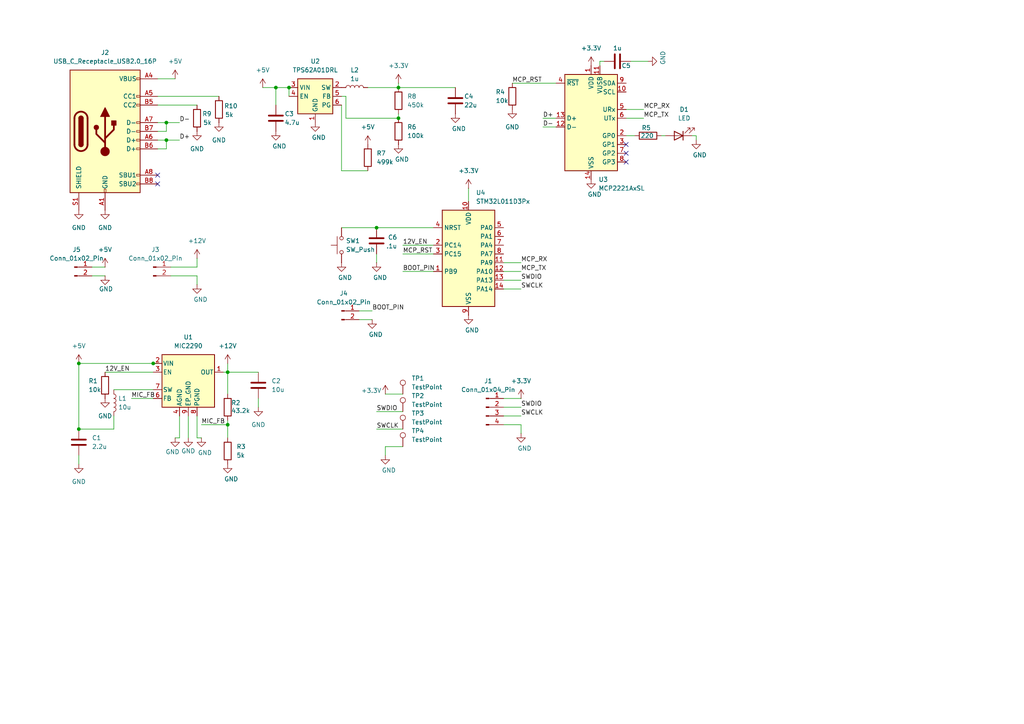
<source format=kicad_sch>
(kicad_sch (version 20250114) (generator "eeschema") (generator_version "9.0")
  (paper "A4")
  (lib_symbols
    (symbol "Connector:Conn_01x02_Pin" (pin_names (offset 1.016) (hide yes))
      (property "Reference" "J" (at 0 2.54 0))
      (property "Value" "Conn_01x02_Pin" (at 0 -5.08 0))
      (symbol "Conn_01x02_Pin_1_1"
        (rectangle (start 0.8636 0.127) (end 0 -0.127) (stroke (width 0.1524)) (fill (type outline)))
        (rectangle (start 0.8636 -2.413) (end 0 -2.667) (stroke (width 0.1524)) (fill (type outline)))
        (polyline (pts (xy 1.27 0) (xy 0.8636 0)) (stroke (width 0.1524)))
        (polyline (pts (xy 1.27 -2.54) (xy 0.8636 -2.54)) (stroke (width 0.1524)))
        (pin passive line (at 5.08 0 180) (length 3.81) (name "Pin_1") (number "1"))
        (pin passive line (at 5.08 -2.54 180) (length 3.81) (name "Pin_2") (number "2"))
      )
    )
    (symbol "Connector:Conn_01x04_Pin" (pin_names (offset 1.016) (hide yes))
      (property "Reference" "J" (at 0 5.08 0))
      (property "Value" "Conn_01x04_Pin" (at 0 -7.62 0))
      (symbol "Conn_01x04_Pin_1_1"
        (rectangle (start 0.8636 2.667) (end 0 2.413) (stroke (width 0.1524)) (fill (type outline)))
        (rectangle (start 0.8636 0.127) (end 0 -0.127) (stroke (width 0.1524)) (fill (type outline)))
        (rectangle (start 0.8636 -2.413) (end 0 -2.667) (stroke (width 0.1524)) (fill (type outline)))
        (rectangle (start 0.8636 -4.953) (end 0 -5.207) (stroke (width 0.1524)) (fill (type outline)))
        (polyline (pts (xy 1.27 2.54) (xy 0.8636 2.54)) (stroke (width 0.1524)))
        (polyline (pts (xy 1.27 0) (xy 0.8636 0)) (stroke (width 0.1524)))
        (polyline (pts (xy 1.27 -2.54) (xy 0.8636 -2.54)) (stroke (width 0.1524)))
        (polyline (pts (xy 1.27 -5.08) (xy 0.8636 -5.08)) (stroke (width 0.1524)))
        (pin passive line (at 5.08 2.54 180) (length 3.81) (name "Pin_1") (number "1"))
        (pin passive line (at 5.08 0 180) (length 3.81) (name "Pin_2") (number "2"))
        (pin passive line (at 5.08 -2.54 180) (length 3.81) (name "Pin_3") (number "3"))
        (pin passive line (at 5.08 -5.08 180) (length 3.81) (name "Pin_4") (number "4"))
      )
    )
    (symbol "Connector:TestPoint" (pin_numbers (hide yes)) (pin_names (offset 0.762) (hide yes))
      (property "Reference" "TP" (at 0 6.858 0))
      (property "Value" "TestPoint" (at 0 5.08 0))
      (symbol "TestPoint_0_1"
        (circle (center 0 3.302) (radius 0.762))
      )
      (symbol "TestPoint_1_1"
        (pin passive line (at 0 0 90) (length 2.54) (name "1") (number "1"))
      )
    )
    (symbol "Connector:USB_C_Receptacle_USB2.0_16P" (pin_names (offset 1.016))
      (property "Reference" "J" (at 0 22.225 0))
      (property "Value" "USB_C_Receptacle_USB2.0_16P" (at 0 19.685 0))
      (symbol "USB_C_Receptacle_USB2.0_16P_0_0"
        (rectangle (start -0.254 -17.78) (end 0.254 -16.764))
        (rectangle (start 10.16 15.494) (end 9.144 14.986))
        (rectangle (start 10.16 10.414) (end 9.144 9.906))
        (rectangle (start 10.16 7.874) (end 9.144 7.366))
        (rectangle (start 10.16 2.794) (end 9.144 2.286))
        (rectangle (start 10.16 0.254) (end 9.144 -0.254))
        (rectangle (start 10.16 -2.286) (end 9.144 -2.794))
        (rectangle (start 10.16 -4.826) (end 9.144 -5.334))
        (rectangle (start 10.16 -12.446) (end 9.144 -12.954))
        (rectangle (start 10.16 -14.986) (end 9.144 -15.494))
      )
      (symbol "USB_C_Receptacle_USB2.0_16P_0_1"
        (rectangle (start -10.16 17.78) (end 10.16 -17.78) (stroke (width 0.254)) (fill (type background)))
        (polyline (pts (xy -8.89 -3.81) (xy -8.89 3.81)) (stroke (width 0.508)))
        (rectangle (start -7.62 -3.81) (end -6.35 3.81) (stroke (width 0.254)) (fill (type outline)))
        (arc (start -7.62 3.81) (mid -6.985 4.4423) (end -6.35 3.81) (stroke (width 0.254)))
        (arc (start -7.62 3.81) (mid -6.985 4.4423) (end -6.35 3.81) (stroke (width 0.254)) (fill (type outline)))
        (arc (start -8.89 3.81) (mid -6.985 5.7067) (end -5.08 3.81) (stroke (width 0.508)))
        (arc (start -5.08 -3.81) (mid -6.985 -5.7067) (end -8.89 -3.81) (stroke (width 0.508)))
        (arc (start -6.35 -3.81) (mid -6.985 -4.4423) (end -7.62 -3.81) (stroke (width 0.254)))
        (arc (start -6.35 -3.81) (mid -6.985 -4.4423) (end -7.62 -3.81) (stroke (width 0.254)) (fill (type outline)))
        (polyline (pts (xy -5.08 3.81) (xy -5.08 -3.81)) (stroke (width 0.508)))
        (circle (center -2.54 1.143) (radius 0.635) (stroke (width 0.254)) (fill (type outline)))
        (polyline (pts (xy -1.27 4.318) (xy 0 6.858) (xy 1.27 4.318) (xy -1.27 4.318)) (stroke (width 0.254)) (fill (type outline)))
        (polyline (pts (xy 0 -2.032) (xy 2.54 0.508) (xy 2.54 1.778)) (stroke (width 0.508)))
        (polyline (pts (xy 0 -3.302) (xy -2.54 -0.762) (xy -2.54 0.508)) (stroke (width 0.508)))
        (polyline (pts (xy 0 -5.842) (xy 0 4.318)) (stroke (width 0.508)))
        (circle (center 0 -5.842) (radius 1.27) (fill (type outline)))
        (rectangle (start 1.905 1.778) (end 3.175 3.048) (stroke (width 0.254)) (fill (type outline)))
      )
      (symbol "USB_C_Receptacle_USB2.0_16P_1_1"
        (pin passive line (at -7.62 -22.86 90) (length 5.08) (name "SHIELD") (number "S1"))
        (pin passive line (at 0 -22.86 90) (length 5.08) (name "GND") (number "A1"))
        (pin passive line (at 0 -22.86 90) (length 5.08) (hide yes) (name "GND") (number "A12"))
        (pin passive line (at 0 -22.86 90) (length 5.08) (hide yes) (name "GND") (number "B1"))
        (pin passive line (at 0 -22.86 90) (length 5.08) (hide yes) (name "GND") (number "B12"))
        (pin passive line (at 15.24 15.24 180) (length 5.08) (name "VBUS") (number "A4"))
        (pin passive line (at 15.24 15.24 180) (length 5.08) (hide yes) (name "VBUS") (number "A9"))
        (pin passive line (at 15.24 15.24 180) (length 5.08) (hide yes) (name "VBUS") (number "B4"))
        (pin passive line (at 15.24 15.24 180) (length 5.08) (hide yes) (name "VBUS") (number "B9"))
        (pin bidirectional line (at 15.24 10.16 180) (length 5.08) (name "CC1") (number "A5"))
        (pin bidirectional line (at 15.24 7.62 180) (length 5.08) (name "CC2") (number "B5"))
        (pin bidirectional line (at 15.24 2.54 180) (length 5.08) (name "D-") (number "A7"))
        (pin bidirectional line (at 15.24 0 180) (length 5.08) (name "D-") (number "B7"))
        (pin bidirectional line (at 15.24 -2.54 180) (length 5.08) (name "D+") (number "A6"))
        (pin bidirectional line (at 15.24 -5.08 180) (length 5.08) (name "D+") (number "B6"))
        (pin bidirectional line (at 15.24 -12.7 180) (length 5.08) (name "SBU1") (number "A8"))
        (pin bidirectional line (at 15.24 -15.24 180) (length 5.08) (name "SBU2") (number "B8"))
      )
    )
    (symbol "Device:C" (pin_numbers (hide yes)) (pin_names (offset 0.254))
      (property "Reference" "C" (at 0.635 2.54 0))
      (property "Value" "C" (at 0.635 -2.54 0))
      (symbol "C_0_1"
        (polyline (pts (xy -2.032 0.762) (xy 2.032 0.762)) (stroke (width 0.508)))
        (polyline (pts (xy -2.032 -0.762) (xy 2.032 -0.762)) (stroke (width 0.508)))
      )
      (symbol "C_1_1"
        (pin passive line (at 0 3.81 270) (length 2.794) (name "~") (number "1"))
        (pin passive line (at 0 -3.81 90) (length 2.794) (name "~") (number "2"))
      )
    )
    (symbol "Device:L" (pin_numbers (hide yes)) (pin_names (offset 1.016) (hide yes))
      (property "Reference" "L" (at -1.27 0 90))
      (property "Value" "L" (at 1.905 0 90))
      (symbol "L_0_1"
        (arc (start 0 2.54) (mid 0.6323 1.905) (end 0 1.27))
        (arc (start 0 1.27) (mid 0.6323 0.635) (end 0 0))
        (arc (start 0 0) (mid 0.6323 -0.635) (end 0 -1.27))
        (arc (start 0 -1.27) (mid 0.6323 -1.905) (end 0 -2.54))
      )
      (symbol "L_1_1"
        (pin passive line (at 0 3.81 270) (length 1.27) (name "1") (number "1"))
        (pin passive line (at 0 -3.81 90) (length 1.27) (name "2") (number "2"))
      )
    )
    (symbol "Device:LED" (pin_numbers (hide yes)) (pin_names (offset 1.016) (hide yes))
      (property "Reference" "D" (at 0 2.54 0))
      (property "Value" "LED" (at 0 -2.54 0))
      (symbol "LED_0_1"
        (polyline (pts (xy -3.048 -0.762) (xy -4.572 -2.286) (xy -3.81 -2.286) (xy -4.572 -2.286) (xy -4.572 -1.524)))
        (polyline (pts (xy -1.778 -0.762) (xy -3.302 -2.286) (xy -2.54 -2.286) (xy -3.302 -2.286) (xy -3.302 -1.524)))
        (polyline (pts (xy -1.27 0) (xy 1.27 0)))
        (polyline (pts (xy -1.27 -1.27) (xy -1.27 1.27)) (stroke (width 0.254)))
        (polyline (pts (xy 1.27 -1.27) (xy 1.27 1.27) (xy -1.27 0) (xy 1.27 -1.27)) (stroke (width 0.254)))
      )
      (symbol "LED_1_1"
        (pin passive line (at -3.81 0 0) (length 2.54) (name "K") (number "1"))
        (pin passive line (at 3.81 0 180) (length 2.54) (name "A") (number "2"))
      )
    )
    (symbol "Device:R" (pin_numbers (hide yes)) (pin_names (offset 0))
      (property "Reference" "R" (at 2.032 0 90))
      (property "Value" "R" (at 0 0 90))
      (symbol "R_0_1"
        (rectangle (start -1.016 -2.54) (end 1.016 2.54) (stroke (width 0.254)))
      )
      (symbol "R_1_1"
        (pin passive line (at 0 3.81 270) (length 1.27) (name "~") (number "1"))
        (pin passive line (at 0 -3.81 90) (length 1.27) (name "~") (number "2"))
      )
    )
    (symbol "Interface_USB:MCP2221AxSL"
      (property "Reference" "U" (at -7.62 16.51 0))
      (property "Value" "MCP2221AxSL" (at 12.7 16.51 0))
      (symbol "MCP2221AxSL_0_1"
        (rectangle (start -7.62 15.24) (end 7.62 -12.7) (stroke (width 0.254)) (fill (type background)))
      )
      (symbol "MCP2221AxSL_1_1"
        (pin input line (at -10.16 12.7 0) (length 2.54) (name "~{RST}") (number "4"))
        (pin bidirectional line (at -10.16 2.54 0) (length 2.54) (name "D+") (number "13"))
        (pin bidirectional line (at -10.16 0 0) (length 2.54) (name "D-") (number "12"))
        (pin power_in line (at 0 17.78 270) (length 2.54) (name "VDD") (number "1"))
        (pin power_in line (at 0 -15.24 90) (length 2.54) (name "VSS") (number "14"))
        (pin passive line (at 2.54 17.78 270) (length 2.54) (name "VUSB") (number "11"))
        (pin bidirectional line (at 10.16 12.7 180) (length 2.54) (name "SDA") (number "9"))
        (pin bidirectional line (at 10.16 10.16 180) (length 2.54) (name "SCL") (number "10"))
        (pin input line (at 10.16 5.08 180) (length 2.54) (name "URx") (number "5"))
        (pin output line (at 10.16 2.54 180) (length 2.54) (name "UTx") (number "6"))
        (pin bidirectional line (at 10.16 -2.54 180) (length 2.54) (name "GP0") (number "2"))
        (pin bidirectional line (at 10.16 -5.08 180) (length 2.54) (name "GP1") (number "3"))
        (pin bidirectional line (at 10.16 -7.62 180) (length 2.54) (name "GP2") (number "7"))
        (pin bidirectional line (at 10.16 -10.16 180) (length 2.54) (name "GP3") (number "8"))
      )
    )
    (symbol "MCU_ST_STM32L0:STM32L011D3Px"
      (property "Reference" "U" (at -7.62 16.51 0))
      (property "Value" "STM32L011D3Px" (at 2.54 16.51 0))
      (symbol "STM32L011D3Px_0_1"
        (rectangle (start -7.62 -12.7) (end 7.62 15.24) (stroke (width 0.254)) (fill (type background)))
      )
      (symbol "STM32L011D3Px_1_1"
        (pin input line (at -10.16 10.16 0) (length 2.54) (name "NRST") (number "4"))
        (pin bidirectional line (at -10.16 5.08 0) (length 2.54) (name "PC14") (number "2"))
        (pin bidirectional line (at -10.16 2.54 0) (length 2.54) (name "PC15") (number "3"))
        (pin bidirectional line (at -10.16 -2.54 0) (length 2.54) (name "PB9") (number "1"))
        (pin power_in line (at 0 17.78 270) (length 2.54) (name "VDD") (number "10"))
        (pin power_in line (at 0 -15.24 90) (length 2.54) (name "VSS") (number "9"))
        (pin bidirectional line (at 10.16 10.16 180) (length 2.54) (name "PA0") (number "5"))
        (pin bidirectional line (at 10.16 7.62 180) (length 2.54) (name "PA1") (number "6"))
        (pin bidirectional line (at 10.16 5.08 180) (length 2.54) (name "PA4") (number "7"))
        (pin bidirectional line (at 10.16 2.54 180) (length 2.54) (name "PA7") (number "8"))
        (pin bidirectional line (at 10.16 0 180) (length 2.54) (name "PA9") (number "11"))
        (pin bidirectional line (at 10.16 -2.54 180) (length 2.54) (name "PA10") (number "12"))
        (pin bidirectional line (at 10.16 -5.08 180) (length 2.54) (name "PA13") (number "13"))
        (pin bidirectional line (at 10.16 -7.62 180) (length 2.54) (name "PA14") (number "14"))
      )
    )
    (symbol "Regulator_Switching:MIC2290" (pin_names (offset 0.254))
      (property "Reference" "U" (at -7.62 8.89 0))
      (property "Value" "MIC2290" (at 0 8.89 0))
      (symbol "MIC2290_0_1"
        (rectangle (start -7.62 7.62) (end 7.62 -7.62) (stroke (width 0.254)) (fill (type background)))
      )
      (symbol "MIC2290_1_1"
        (pin power_in line (at -10.16 5.08 0) (length 2.54) (name "VIN") (number "2"))
        (pin input line (at -10.16 2.54 0) (length 2.54) (name "EN") (number "3"))
        (pin input line (at -10.16 -2.54 0) (length 2.54) (name "SW") (number "7"))
        (pin input line (at -10.16 -5.08 0) (length 2.54) (name "FB") (number "6"))
        (pin power_in line (at -2.54 -10.16 90) (length 2.54) (name "AGND") (number "4"))
        (pin power_in line (at 0 -10.16 90) (length 2.54) (name "EP_GND") (number "9"))
        (pin power_in line (at 2.54 -10.16 90) (length 2.54) (name "PGND") (number "8"))
        (pin no_connect line (at 5.08 5.08 180) (length 2.54) (hide yes) (name "NC") (number "5"))
        (pin power_out line (at 10.16 2.54 180) (length 2.54) (name "OUT") (number "1"))
      )
    )
    (symbol "Regulator_Switching:TPS62A01DRL"
      (property "Reference" "U" (at -5.08 6.35 0))
      (property "Value" "TPS62A01DRL" (at 0 6.35 0))
      (symbol "TPS62A01DRL_0_1"
        (rectangle (start -5.08 5.08) (end 5.08 -5.08) (stroke (width 0.254)) (fill (type background)))
      )
      (symbol "TPS62A01DRL_1_1"
        (pin power_in line (at -7.62 2.54 0) (length 2.54) (name "VIN") (number "3"))
        (pin input line (at -7.62 0 0) (length 2.54) (name "EN") (number "4"))
        (pin power_in line (at 0 -7.62 90) (length 2.54) (name "GND") (number "1"))
        (pin power_out line (at 7.62 2.54 180) (length 2.54) (name "SW") (number "2"))
        (pin input line (at 7.62 0 180) (length 2.54) (name "FB") (number "5"))
        (pin open_collector line (at 7.62 -2.54 180) (length 2.54) (name "PG") (number "6"))
      )
    )
    (symbol "Switch:SW_Push" (pin_numbers (hide yes)) (pin_names (offset 1.016) (hide yes))
      (property "Reference" "SW" (at 1.27 2.54 0))
      (property "Value" "SW_Push" (at 0 -1.524 0))
      (symbol "SW_Push_0_1"
        (circle (center -2.032 0) (radius 0.508))
        (polyline (pts (xy 0 1.27) (xy 0 3.048)))
        (circle (center 2.032 0) (radius 0.508))
        (polyline (pts (xy 2.54 1.27) (xy -2.54 1.27)))
        (pin passive line (at -5.08 0 0) (length 2.54) (name "1") (number "1"))
        (pin passive line (at 5.08 0 180) (length 2.54) (name "2") (number "2"))
      )
    )
    (symbol "power:+12V" (power) (pin_numbers (hide yes)) (pin_names (offset 0) (hide yes))
      (property "Value" "+12V" (at 0 3.556 0))
      (symbol "+12V_0_1"
        (polyline (pts (xy -0.762 1.27) (xy 0 2.54)))
        (polyline (pts (xy 0 2.54) (xy 0.762 1.27)))
        (polyline (pts (xy 0 0) (xy 0 2.54)))
      )
      (symbol "+12V_1_1"
        (pin power_in line (at 0 0 90) (length 0) (name "~") (number "1"))
      )
    )
    (symbol "power:+3.3V" (power) (pin_numbers (hide yes)) (pin_names (offset 0) (hide yes))
      (property "Value" "+3.3V" (at 0 3.556 0))
      (symbol "+3.3V_0_1"
        (polyline (pts (xy -0.762 1.27) (xy 0 2.54)))
        (polyline (pts (xy 0 2.54) (xy 0.762 1.27)))
        (polyline (pts (xy 0 0) (xy 0 2.54)))
      )
      (symbol "+3.3V_1_1"
        (pin power_in line (at 0 0 90) (length 0) (name "~") (number "1"))
      )
    )
    (symbol "power:+5V" (power) (pin_numbers (hide yes)) (pin_names (offset 0) (hide yes))
      (property "Value" "+5V" (at 0 3.556 0))
      (symbol "+5V_0_1"
        (polyline (pts (xy -0.762 1.27) (xy 0 2.54)))
        (polyline (pts (xy 0 2.54) (xy 0.762 1.27)))
        (polyline (pts (xy 0 0) (xy 0 2.54)))
      )
      (symbol "+5V_1_1"
        (pin power_in line (at 0 0 90) (length 0) (name "~") (number "1"))
      )
    )
    (symbol "power:GND" (power) (pin_numbers (hide yes)) (pin_names (offset 0) (hide yes))
      (property "Value" "GND" (at 0 -3.81 0))
      (symbol "GND_0_1"
        (polyline (pts (xy 0 0) (xy 0 -1.27) (xy 1.27 -1.27) (xy 0 -2.54) (xy -1.27 -1.27) (xy 0 -1.27)))
      )
      (symbol "GND_1_1"
        (pin power_in line (at 0 0 270) (length 0) (name "~") (number "1"))
      )
    )
  )
  (junction (at 66.04 123.19))
  (junction (at 115.57 25.4))
  (junction (at 44.45 105.41))
  (junction (at 48.26 40.64))
  (junction (at 109.22 66.04))
  (junction (at 66.04 107.95))
  (junction (at 22.86 124.46))
  (junction (at 80.01 25.4))
  (junction (at 22.86 105.41))
  (junction (at 83.82 25.4))
  (junction (at 115.57 34.29))
  (junction (at 48.26 35.56))
  (no_connect (at 181.61 41.91))
  (no_connect (at 181.61 44.45))
  (no_connect (at 45.72 50.8))
  (no_connect (at 181.61 46.99))
  (no_connect (at 45.72 53.34))
  (wire (pts (xy 157.48 36.83) (xy 161.29 36.83)))
  (wire (pts (xy 30.48 107.95) (xy 44.45 107.95)))
  (wire (pts (xy 157.48 34.29) (xy 161.29 34.29)))
  (wire (pts (xy 109.22 119.38) (xy 116.84 119.38)))
  (wire (pts (xy 66.04 123.19) (xy 58.42 123.19)))
  (wire (pts (xy 181.61 31.75) (xy 186.69 31.75)))
  (wire (pts (xy 48.26 35.56) (xy 52.07 35.56)))
  (wire (pts (xy 191.77 39.37) (xy 193.04 39.37)))
  (wire (pts (xy 58.42 127) (xy 57.15 127)))
  (wire (pts (xy 146.05 123.19) (xy 151.13 123.19)))
  (wire (pts (xy 173.99 19.05) (xy 173.99 17.78)))
  (wire (pts (xy 33.02 120.65) (xy 33.02 124.46)))
  (wire (pts (xy 66.04 121.92) (xy 66.04 123.19)))
  (wire (pts (xy 66.04 114.3) (xy 66.04 107.95)))
  (wire (pts (xy 181.61 34.29) (xy 186.69 34.29)))
  (wire (pts (xy 26.67 80.01) (xy 30.48 80.01)))
  (wire (pts (xy 45.72 40.64) (xy 48.26 40.64)))
  (wire (pts (xy 80.01 25.4) (xy 83.82 25.4)))
  (wire (pts (xy 22.86 124.46) (xy 22.86 105.41)))
  (wire (pts (xy 116.84 129.54) (xy 111.76 129.54)))
  (wire (pts (xy 151.13 123.19) (xy 151.13 125.73)))
  (wire (pts (xy 57.15 74.93) (xy 57.15 77.47)))
  (wire (pts (xy 201.93 40.64) (xy 201.93 39.37)))
  (wire (pts (xy 80.01 30.48) (xy 80.01 25.4)))
  (wire (pts (xy 26.67 77.47) (xy 30.48 77.47)))
  (wire (pts (xy 135.89 54.61) (xy 135.89 58.42)))
  (wire (pts (xy 181.61 39.37) (xy 184.15 39.37)))
  (wire (pts (xy 33.02 113.03) (xy 44.45 113.03)))
  (wire (pts (xy 109.22 66.04) (xy 125.73 66.04)))
  (wire (pts (xy 116.84 73.66) (xy 125.73 73.66)))
  (wire (pts (xy 38.1 115.57) (xy 44.45 115.57)))
  (wire (pts (xy 146.05 81.28) (xy 151.13 81.28)))
  (wire (pts (xy 99.06 66.04) (xy 109.22 66.04)))
  (wire (pts (xy 54.61 127) (xy 54.61 120.65)))
  (wire (pts (xy 173.99 17.78) (xy 175.26 17.78)))
  (wire (pts (xy 116.84 71.12) (xy 125.73 71.12)))
  (wire (pts (xy 22.86 105.41) (xy 44.45 105.41)))
  (wire (pts (xy 48.26 38.1) (xy 48.26 35.56)))
  (wire (pts (xy 99.06 30.48) (xy 99.06 49.53)))
  (wire (pts (xy 45.72 43.18) (xy 48.26 43.18)))
  (wire (pts (xy 66.04 107.95) (xy 74.93 107.95)))
  (wire (pts (xy 45.72 27.94) (xy 63.5 27.94)))
  (wire (pts (xy 45.72 30.48) (xy 57.15 30.48)))
  (wire (pts (xy 44.45 105.41) (xy 45.72 105.41)))
  (wire (pts (xy 201.93 39.37) (xy 200.66 39.37)))
  (wire (pts (xy 116.84 78.74) (xy 125.73 78.74)))
  (wire (pts (xy 146.05 118.11) (xy 151.13 118.11)))
  (wire (pts (xy 45.72 22.86) (xy 50.8 22.86)))
  (wire (pts (xy 104.14 90.17) (xy 107.95 90.17)))
  (wire (pts (xy 66.04 127) (xy 66.04 123.19)))
  (wire (pts (xy 100.33 34.29) (xy 100.33 27.94)))
  (wire (pts (xy 66.04 105.41) (xy 66.04 107.95)))
  (wire (pts (xy 22.86 134.62) (xy 22.86 132.08)))
  (wire (pts (xy 50.8 127) (xy 52.07 127)))
  (wire (pts (xy 109.22 124.46) (xy 116.84 124.46)))
  (wire (pts (xy 115.57 24.13) (xy 115.57 25.4)))
  (wire (pts (xy 76.2 25.4) (xy 80.01 25.4)))
  (wire (pts (xy 48.26 43.18) (xy 48.26 40.64)))
  (wire (pts (xy 148.59 24.13) (xy 161.29 24.13)))
  (wire (pts (xy 104.14 92.71) (xy 107.95 92.71)))
  (wire (pts (xy 49.53 80.01) (xy 57.15 80.01)))
  (wire (pts (xy 83.82 25.4) (xy 83.82 27.94)))
  (wire (pts (xy 146.05 76.2) (xy 151.13 76.2)))
  (wire (pts (xy 52.07 127) (xy 52.07 120.65)))
  (wire (pts (xy 146.05 120.65) (xy 151.13 120.65)))
  (wire (pts (xy 57.15 80.01) (xy 57.15 82.55)))
  (wire (pts (xy 57.15 127) (xy 57.15 120.65)))
  (wire (pts (xy 146.05 115.57) (xy 151.13 115.57)))
  (wire (pts (xy 64.77 107.95) (xy 66.04 107.95)))
  (wire (pts (xy 182.88 17.78) (xy 187.96 17.78)))
  (wire (pts (xy 115.57 25.4) (xy 132.08 25.4)))
  (wire (pts (xy 99.06 49.53) (xy 106.68 49.53)))
  (wire (pts (xy 100.33 34.29) (xy 115.57 34.29)))
  (wire (pts (xy 106.68 25.4) (xy 115.57 25.4)))
  (wire (pts (xy 115.57 33.02) (xy 115.57 34.29)))
  (wire (pts (xy 22.86 124.46) (xy 33.02 124.46)))
  (wire (pts (xy 100.33 27.94) (xy 99.06 27.94)))
  (wire (pts (xy 109.22 76.2) (xy 109.22 73.66)))
  (wire (pts (xy 48.26 40.64) (xy 52.07 40.64)))
  (wire (pts (xy 45.72 35.56) (xy 48.26 35.56)))
  (wire (pts (xy 74.93 118.11) (xy 74.93 115.57)))
  (wire (pts (xy 57.15 77.47) (xy 49.53 77.47)))
  (wire (pts (xy 116.84 114.3) (xy 111.76 114.3)))
  (wire (pts (xy 45.72 38.1) (xy 48.26 38.1)))
  (wire (pts (xy 146.05 78.74) (xy 151.13 78.74)))
  (wire (pts (xy 146.05 83.82) (xy 151.13 83.82)))
  (wire (pts (xy 111.76 129.54) (xy 111.76 132.08)))
  (label "SWCLK" (at 151.13 120.65 0))
  (label "SWCLK" (at 109.22 124.46 0))
  (label "D+" (at 52.07 40.64 0))
  (label "MCP_RST" (at 148.59 24.13 0))
  (label "MCP_RX" (at 186.69 31.75 0))
  (label "MCP_TX" (at 186.69 34.29 0))
  (label "MIC_FB" (at 58.42 123.19 0))
  (label "MIC_FB" (at 38.1 115.57 0))
  (label "12V_EN" (at 116.84 71.12 0))
  (label "12V_EN" (at 30.48 107.95 0))
  (label "MCP_RST" (at 116.84 73.66 0))
  (label "D-" (at 157.48 36.83 0))
  (label "MCP_RX" (at 151.13 76.2 0))
  (label "D+" (at 157.48 34.29 0))
  (label "SWDIO" (at 151.13 81.28 0))
  (label "SWCLK" (at 151.13 83.82 0))
  (label "BOOT_PIN" (at 107.95 90.17 0))
  (label "SWDIO" (at 109.22 119.38 0))
  (label "D-" (at 52.07 35.56 0))
  (label "MCP_TX" (at 151.13 78.74 0))
  (label "SWDIO" (at 151.13 118.11 0))
  (label "BOOT_PIN" (at 116.84 78.74 0))
  (symbol (lib_id "power:GND") (at 132.08 33.02 0) (unit 1)
    (property "Reference" "#PWR018" (effects (hide yes)))
    (property "Value" "GND" (at 133.096 37.338 0))
    (property "Description" "Power symbol creates a global label with name \"GND\" , ground" (effects (hide yes)))
  )
  (symbol (lib_id "power:GND") (at 109.22 76.2 0) (unit 1)
    (property "Reference" "#PWR022" (effects (hide yes)))
    (property "Value" "GND" (at 110.236 80.518 0))
    (property "Description" "Power symbol creates a global label with name \"GND\" , ground" (effects (hide yes)))
  )
  (symbol (lib_id "power:GND") (at 151.13 125.73 0) (unit 1)
    (property "Reference" "#PWR032" (effects (hide yes)))
    (property "Value" "GND" (at 152.146 130.048 0))
    (property "Description" "Power symbol creates a global label with name \"GND\" , ground" (effects (hide yes)))
  )
  (symbol (lib_id "Interface_USB:MCP2221AxSL") (at 171.45 36.83 0) (unit 1)
    (property "Reference" "U3" (at 173.5933 52.07 0) (effects (justify left)))
    (property "Value" "MCP2221AxSL" (at 173.5933 54.61 0) (effects (justify left)))
    (property "Footprint" "Package_SO:SOIC-14_3.9x8.7mm_P1.27mm" (effects (hide yes)))
    (property "Datasheet" "http://ww1.microchip.com/downloads/en/DeviceDoc/20005565B.pdf" (effects (hide yes)))
    (property "Description" "USB to I2C/UART Protocol Converter with GPIO, SOIC-14" (effects (hide yes)))
  )
  (symbol (lib_id "Device:L") (at 33.02 116.84 0) (unit 1)
    (property "Reference" "L1" (at 34.29 115.5699 0) (effects (justify left)))
    (property "Value" "10u" (at 34.29 118.1099 0) (effects (justify left)))
    (property "Footprint" "Inductor_SMD:L_1206_3216Metric" (effects (hide yes)))
    (property "Description" "Inductor" (effects (hide yes)))
  )
  (symbol (lib_id "Device:C") (at 22.86 128.27 0) (unit 1)
    (property "Reference" "C1" (at 26.67 126.9999 0) (effects (justify left)))
    (property "Value" "2.2u" (at 26.67 129.5399 0) (effects (justify left)))
    (property "Footprint" "Capacitor_SMD:C_1206_3216Metric" (effects (hide yes)))
    (property "Description" "Unpolarized capacitor" (effects (hide yes)))
  )
  (symbol (lib_id "power:GND") (at 148.59 31.75 0) (unit 1)
    (property "Reference" "#PWR029" (effects (hide yes)))
    (property "Value" "GND" (at 148.59 36.83 0))
    (property "Description" "Power symbol creates a global label with name \"GND\" , ground" (effects (hide yes)))
  )
  (symbol (lib_id "power:GND") (at 91.44 35.56 0) (unit 1)
    (property "Reference" "#PWR015" (effects (hide yes)))
    (property "Value" "GND" (at 92.456 39.878 0))
    (property "Description" "Power symbol creates a global label with name \"GND\" , ground" (effects (hide yes)))
  )
  (symbol (lib_id "Device:C") (at 109.22 69.85 0) (unit 1)
    (property "Reference" "C6" (at 112.522 68.834 0) (effects (justify left)))
    (property "Value" ".1u" (at 112.014 71.374 0) (effects (justify left)))
    (property "Footprint" "Capacitor_SMD:C_1206_3216Metric" (effects (hide yes)))
    (property "Description" "Unpolarized capacitor" (effects (hide yes)))
  )
  (symbol (lib_id "Device:R") (at 57.15 34.29 0) (unit 1)
    (property "Reference" "R9" (at 58.674 33.02 0) (effects (justify left)))
    (property "Value" "5k" (at 58.928 35.56 0) (effects (justify left)))
    (property "Footprint" "Resistor_SMD:R_1206_3216Metric" (effects (hide yes)))
    (property "Description" "Resistor" (effects (hide yes)))
  )
  (symbol (lib_id "power:+12V") (at 57.15 74.93 0) (unit 1)
    (property "Reference" "#PWR035" (effects (hide yes)))
    (property "Value" "+12V" (at 57.15 69.85 0))
    (property "Description" "Power symbol creates a global label with name \"+12V\"" (effects (hide yes)))
  )
  (symbol (lib_id "power:GND") (at 22.86 134.62 0) (unit 1)
    (property "Reference" "#PWR01" (effects (hide yes)))
    (property "Value" "GND" (at 22.86 139.7 0))
    (property "Description" "Power symbol creates a global label with name \"GND\" , ground" (effects (hide yes)))
  )
  (symbol (lib_id "Device:R") (at 115.57 29.21 0) (unit 1)
    (property "Reference" "R8" (at 118.11 27.9399 0) (effects (justify left)))
    (property "Value" "450k" (at 118.11 30.4799 0) (effects (justify left)))
    (property "Footprint" "Resistor_SMD:R_1206_3216Metric" (effects (hide yes)))
    (property "Description" "Resistor" (effects (hide yes)))
  )
  (symbol (lib_id "power:GND") (at 22.86 60.96 0) (unit 1)
    (property "Reference" "#PWR09" (effects (hide yes)))
    (property "Value" "GND" (at 22.86 66.04 0))
    (property "Description" "Power symbol creates a global label with name \"GND\" , ground" (effects (hide yes)))
  )
  (symbol (lib_id "power:GND") (at 54.61 127 0) (unit 1)
    (property "Reference" "#PWR03" (effects (hide yes)))
    (property "Value" "GND" (at 54.61 130.81 0))
    (property "Description" "Power symbol creates a global label with name \"GND\" , ground" (effects (hide yes)))
  )
  (symbol (lib_id "power:GND") (at 171.45 52.07 0) (unit 1)
    (property "Reference" "#PWR010" (effects (hide yes)))
    (property "Value" "GND" (at 172.466 56.388 0))
    (property "Description" "Power symbol creates a global label with name \"GND\" , ground" (effects (hide yes)))
  )
  (symbol (lib_id "power:+5V") (at 30.48 77.47 0) (unit 1)
    (property "Reference" "#PWR039" (effects (hide yes)))
    (property "Value" "+5V" (at 30.48 72.39 0))
    (property "Description" "Power symbol creates a global label with name \"+5V\"" (effects (hide yes)))
  )
  (symbol (lib_id "Device:R") (at 30.48 111.76 0) (unit 1)
    (property "Reference" "R1" (at 25.654 110.49 0) (effects (justify left)))
    (property "Value" "10k" (at 25.654 113.03 0) (effects (justify left)))
    (property "Footprint" "Resistor_SMD:R_1206_3216Metric" (effects (hide yes)))
    (property "Description" "Resistor" (effects (hide yes)))
  )
  (symbol (lib_id "Switch:SW_Push") (at 99.06 71.12 90) (unit 1)
    (property "Reference" "SW1" (at 100.33 69.8499 90) (effects (justify right)))
    (property "Value" "SW_Push" (at 100.33 72.3899 90) (effects (justify right)))
    (property "Footprint" "Button_Switch_SMD:SW_Push_1P1T_NO_CK_KMR2" (effects (hide yes)))
    (property "Description" "Push button switch, generic, two pins" (effects (hide yes)))
  )
  (symbol (lib_id "power:+3.3V") (at 115.57 24.13 0) (unit 1)
    (property "Reference" "#PWR011" (effects (hide yes)))
    (property "Value" "+3.3V" (at 115.57 19.05 0))
    (property "Description" "Power symbol creates a global label with name \"+3.3V\"" (effects (hide yes)))
  )
  (symbol (lib_id "power:GND") (at 201.93 40.64 0) (unit 1)
    (property "Reference" "#PWR030" (effects (hide yes)))
    (property "Value" "GND" (at 202.946 44.958 0))
    (property "Description" "Power symbol creates a global label with name \"GND\" , ground" (effects (hide yes)))
  )
  (symbol (lib_id "Device:R") (at 66.04 130.81 0) (unit 1)
    (property "Reference" "R3" (at 68.58 129.5399 0) (effects (justify left)))
    (property "Value" "5k" (at 68.58 132.0799 0) (effects (justify left)))
    (property "Footprint" "Resistor_SMD:R_1206_3216Metric" (effects (hide yes)))
    (property "Description" "Resistor" (effects (hide yes)))
  )
  (symbol (lib_id "Connector:TestPoint") (at 116.84 124.46 0) (unit 1)
    (property "Reference" "TP3" (at 119.38 119.8879 0) (effects (justify left)))
    (property "Value" "TestPoint" (at 119.38 122.4279 0) (effects (justify left)))
    (property "Footprint" "TestPoint:TestPoint_Pad_D2.0mm" (effects (hide yes)))
    (property "Description" "test point" (effects (hide yes)))
  )
  (symbol (lib_id "power:GND") (at 107.95 92.71 0) (unit 1)
    (property "Reference" "#PWR037" (effects (hide yes)))
    (property "Value" "GND" (at 108.966 97.028 0))
    (property "Description" "Power symbol creates a global label with name \"GND\" , ground" (effects (hide yes)))
  )
  (symbol (lib_id "power:GND") (at 50.8 127 0) (unit 1)
    (property "Reference" "#PWR02" (effects (hide yes)))
    (property "Value" "GND" (at 50.038 131.064 0))
    (property "Description" "Power symbol creates a global label with name \"GND\" , ground" (effects (hide yes)))
  )
  (symbol (lib_id "Device:R") (at 187.96 39.37 90) (unit 1)
    (property "Reference" "R5" (at 187.452 37.084 90))
    (property "Value" "220" (at 187.706 39.37 90))
    (property "Footprint" "Resistor_SMD:R_1206_3216Metric" (effects (hide yes)))
    (property "Description" "Resistor" (effects (hide yes)))
  )
  (symbol (lib_id "power:+5V") (at 106.68 41.91 0) (unit 1)
    (property "Reference" "#PWR019" (effects (hide yes)))
    (property "Value" "+5V" (at 106.68 36.83 0))
    (property "Description" "Power symbol creates a global label with name \"+5V\"" (effects (hide yes)))
  )
  (symbol (lib_id "Regulator_Switching:MIC2290") (at 54.61 110.49 0) (unit 1)
    (property "Reference" "U1" (at 54.61 97.79 0))
    (property "Value" "MIC2290" (at 54.61 100.33 0))
    (property "Footprint" "Package_DFN_QFN:Micrel_MLF-8-1EP_2x2mm_P0.5mm_EP0.8x1.3mm_ThermalVias" (effects (hide yes)))
    (property "Datasheet" "http://ww1.microchip.com/downloads/en/DeviceDoc/mic2290.pdf" (effects (hide yes)))
    (property "Description" "1.2 Mhz PWM Boost Regulator with Internal Schotty Diode, MLF-8" (effects (hide yes)))
  )
  (symbol (lib_id "power:GND") (at 115.57 41.91 0) (unit 1)
    (property "Reference" "#PWR017" (effects (hide yes)))
    (property "Value" "GND" (at 116.586 46.228 0))
    (property "Description" "Power symbol creates a global label with name \"GND\" , ground" (effects (hide yes)))
  )
  (symbol (lib_id "power:+3.3V") (at 151.13 115.57 0) (unit 1)
    (property "Reference" "#PWR031" (effects (hide yes)))
    (property "Value" "+3.3V" (at 151.13 110.49 0))
    (property "Description" "Power symbol creates a global label with name \"+3.3V\"" (effects (hide yes)))
  )
  (symbol (lib_id "Connector:TestPoint") (at 116.84 129.54 0) (unit 1)
    (property "Reference" "TP4" (at 119.38 124.9679 0) (effects (justify left)))
    (property "Value" "TestPoint" (at 119.38 127.5079 0) (effects (justify left)))
    (property "Footprint" "TestPoint:TestPoint_Pad_D2.0mm" (effects (hide yes)))
    (property "Description" "test point" (effects (hide yes)))
  )
  (symbol (lib_id "power:GND") (at 57.15 82.55 0) (unit 1)
    (property "Reference" "#PWR036" (effects (hide yes)))
    (property "Value" "GND" (at 58.166 86.868 0))
    (property "Description" "Power symbol creates a global label with name \"GND\" , ground" (effects (hide yes)))
  )
  (symbol (lib_id "power:GND") (at 187.96 17.78 90) (unit 1)
    (property "Reference" "#PWR027" (effects (hide yes)))
    (property "Value" "GND" (at 192.278 16.764 0))
    (property "Description" "Power symbol creates a global label with name \"GND\" , ground" (effects (hide yes)))
  )
  (symbol (lib_id "power:GND") (at 30.48 60.96 0) (unit 1)
    (property "Reference" "#PWR08" (effects (hide yes)))
    (property "Value" "GND" (at 30.48 66.04 0))
    (property "Description" "Power symbol creates a global label with name \"GND\" , ground" (effects (hide yes)))
  )
  (symbol (lib_id "power:GND") (at 74.93 118.11 0) (unit 1)
    (property "Reference" "#PWR06" (effects (hide yes)))
    (property "Value" "GND" (at 74.93 123.19 0))
    (property "Description" "Power symbol creates a global label with name \"GND\" , ground" (effects (hide yes)))
  )
  (symbol (lib_id "power:+3.3V") (at 135.89 54.61 0) (unit 1)
    (property "Reference" "#PWR026" (effects (hide yes)))
    (property "Value" "+3.3V" (at 135.89 49.53 0))
    (property "Description" "Power symbol creates a global label with name \"+3.3V\"" (effects (hide yes)))
  )
  (symbol (lib_id "Connector:Conn_01x02_Pin") (at 99.06 90.17 0) (unit 1)
    (property "Reference" "J4" (at 99.695 85.09 0))
    (property "Value" "Conn_01x02_Pin" (at 99.695 87.63 0))
    (property "Footprint" "Connector_PinHeader_2.54mm:PinHeader_1x02_P2.54mm_Vertical" (effects (hide yes)))
    (property "Description" "Generic connector, single row, 01x02, script generated" (effects (hide yes)))
  )
  (symbol (lib_id "Device:R") (at 66.04 118.11 0) (unit 1)
    (property "Reference" "R2" (at 67.056 116.84 0) (effects (justify left)))
    (property "Value" "43.2k" (at 67.056 119.126 0) (effects (justify left)))
    (property "Footprint" "Resistor_SMD:R_1206_3216Metric" (effects (hide yes)))
    (property "Description" "Resistor" (effects (hide yes)))
  )
  (symbol (lib_id "power:GND") (at 135.89 91.44 0) (unit 1)
    (property "Reference" "#PWR021" (effects (hide yes)))
    (property "Value" "GND" (at 136.906 95.758 0))
    (property "Description" "Power symbol creates a global label with name \"GND\" , ground" (effects (hide yes)))
  )
  (symbol (lib_id "power:+5V") (at 22.86 105.41 0) (unit 1)
    (property "Reference" "#PWR013" (effects (hide yes)))
    (property "Value" "+5V" (at 22.86 100.33 0))
    (property "Description" "Power symbol creates a global label with name \"+5V\"" (effects (hide yes)))
  )
  (symbol (lib_id "Device:R") (at 106.68 45.72 0) (unit 1)
    (property "Reference" "R7" (at 109.22 44.4499 0) (effects (justify left)))
    (property "Value" "499k" (at 109.22 46.9899 0) (effects (justify left)))
    (property "Footprint" "Resistor_SMD:R_1206_3216Metric" (effects (hide yes)))
    (property "Description" "Resistor" (effects (hide yes)))
  )
  (symbol (lib_id "power:GND") (at 30.48 115.57 0) (unit 1)
    (property "Reference" "#PWR05" (effects (hide yes)))
    (property "Value" "GND" (at 30.48 120.65 0))
    (property "Description" "Power symbol creates a global label with name \"GND\" , ground" (effects (hide yes)))
  )
  (symbol (lib_id "Connector:Conn_01x04_Pin") (at 140.97 118.11 0) (unit 1)
    (property "Reference" "J1" (at 141.605 110.49 0))
    (property "Value" "Conn_01x04_Pin" (at 141.605 113.03 0))
    (property "Footprint" "Connector_PinHeader_2.54mm:PinHeader_1x04_P2.54mm_Vertical" (effects (hide yes)))
    (property "Description" "Generic connector, single row, 01x04, script generated" (effects (hide yes)))
  )
  (symbol (lib_id "Device:L") (at 102.87 25.4 90) (unit 1)
    (property "Reference" "L2" (at 102.87 20.32 90))
    (property "Value" "1u" (at 102.87 22.86 90))
    (property "Footprint" "Inductor_SMD:L_1206_3216Metric" (effects (hide yes)))
    (property "Description" "Inductor" (effects (hide yes)))
  )
  (symbol (lib_id "Regulator_Switching:TPS62A01DRL") (at 91.44 27.94 0) (unit 1)
    (property "Reference" "U2" (at 91.44 17.78 0))
    (property "Value" "TPS62A01DRL" (at 91.44 20.32 0))
    (property "Footprint" "Package_TO_SOT_SMD:SOT-563" (effects (hide yes)))
    (property "Datasheet" "https://www.ti.com/lit/gpn/tps62a01" (effects (hide yes)))
    (property "Description" "High Efficiency Synchronous Buck Converter, Adjustable Output 0.6V-5.5V, 1A, Power Good, Enable, SOT-563" (effects (hide yes)))
  )
  (symbol (lib_id "power:+3.3V") (at 171.45 19.05 0) (unit 1)
    (property "Reference" "#PWR020" (effects (hide yes)))
    (property "Value" "+3.3V" (at 171.45 13.97 0))
    (property "Description" "Power symbol creates a global label with name \"+3.3V\"" (effects (hide yes)))
  )
  (symbol (lib_id "power:GND") (at 111.76 132.08 0) (unit 1)
    (property "Reference" "#PWR034" (effects (hide yes)))
    (property "Value" "GND" (at 112.776 136.398 0))
    (property "Description" "Power symbol creates a global label with name \"GND\" , ground" (effects (hide yes)))
  )
  (symbol (lib_id "Device:C") (at 80.01 34.29 0) (unit 1)
    (property "Reference" "C3" (at 82.55 33.02 0) (effects (justify left)))
    (property "Value" "4.7u" (at 82.55 35.56 0) (effects (justify left)))
    (property "Footprint" "Capacitor_SMD:C_1206_3216Metric" (effects (hide yes)))
    (property "Description" "Unpolarized capacitor" (effects (hide yes)))
  )
  (symbol (lib_id "power:GND") (at 58.42 127 0) (unit 1)
    (property "Reference" "#PWR04" (effects (hide yes)))
    (property "Value" "GND" (at 59.436 131.318 0))
    (property "Description" "Power symbol creates a global label with name \"GND\" , ground" (effects (hide yes)))
  )
  (symbol (lib_id "power:+3.3V") (at 111.76 114.3 0) (unit 1)
    (property "Reference" "#PWR033" (effects (hide yes)))
    (property "Value" "+3.3V" (at 107.696 113.284 0))
    (property "Description" "Power symbol creates a global label with name \"+3.3V\"" (effects (hide yes)))
  )
  (symbol (lib_id "Device:R") (at 115.57 38.1 0) (unit 1)
    (property "Reference" "R6" (at 118.11 36.8299 0) (effects (justify left)))
    (property "Value" "100k" (at 118.11 39.3699 0) (effects (justify left)))
    (property "Footprint" "Resistor_SMD:R_1206_3216Metric" (effects (hide yes)))
    (property "Description" "Resistor" (effects (hide yes)))
  )
  (symbol (lib_id "power:+5V") (at 76.2 25.4 0) (unit 1)
    (property "Reference" "#PWR014" (effects (hide yes)))
    (property "Value" "+5V" (at 76.2 20.32 0))
    (property "Description" "Power symbol creates a global label with name \"+5V\"" (effects (hide yes)))
  )
  (symbol (lib_id "MCU_ST_STM32L0:STM32L011D3Px") (at 135.89 76.2 0) (unit 1)
    (property "Reference" "U4" (at 138.0333 55.88 0) (effects (justify left)))
    (property "Value" "STM32L011D3Px" (at 138.0333 58.42 0) (effects (justify left)))
    (property "Footprint" "Package_SO:TSSOP-14_4.4x5mm_P0.65mm" (effects (hide yes)))
    (property "Datasheet" "https://www.st.com/resource/en/datasheet/stm32l011d3.pdf" (effects (hide yes)))
    (property "Description" "STMicroelectronics Arm Cortex-M0+ MCU, 8KB flash, 2KB RAM, 32 MHz, 1.65-3.6V, 11 GPIO, TSSOP14" (effects (hide yes)))
  )
  (symbol (lib_id "Connector:TestPoint") (at 116.84 114.3 0) (unit 1)
    (property "Reference" "TP1" (at 119.38 109.7279 0) (effects (justify left)))
    (property "Value" "TestPoint" (at 119.38 112.2679 0) (effects (justify left)))
    (property "Footprint" "TestPoint:TestPoint_Pad_D2.0mm" (effects (hide yes)))
    (property "Description" "test point" (effects (hide yes)))
  )
  (symbol (lib_id "power:GND") (at 57.15 38.1 0) (unit 1)
    (property "Reference" "#PWR023" (effects (hide yes)))
    (property "Value" "GND" (at 57.15 43.18 0))
    (property "Description" "Power symbol creates a global label with name \"GND\" , ground" (effects (hide yes)))
  )
  (symbol (lib_id "Device:LED") (at 196.85 39.37 180) (unit 1)
    (property "Reference" "D1" (at 198.4375 31.75 0))
    (property "Value" "LED" (at 198.4375 34.29 0))
    (property "Footprint" "LED_SMD:LED_1206_3216Metric" (effects (hide yes)))
    (property "Description" "Light emitting diode" (effects (hide yes)))
    (property "Sim.Pins" "1=K 2=A" (effects (hide yes)))
  )
  (symbol (lib_id "Connector:Conn_01x02_Pin") (at 44.45 77.47 0) (unit 1)
    (property "Reference" "J3" (at 45.085 72.39 0))
    (property "Value" "Conn_01x02_Pin" (at 45.085 74.93 0))
    (property "Footprint" "Connector_JST:JST_XH_S2B-XH-A_1x02_P2.50mm_Horizontal" (effects (hide yes)))
    (property "Description" "Generic connector, single row, 01x02, script generated" (effects (hide yes)))
  )
  (symbol (lib_id "Device:C") (at 74.93 111.76 0) (unit 1)
    (property "Reference" "C2" (at 78.74 110.4899 0) (effects (justify left)))
    (property "Value" "10u" (at 78.74 113.0299 0) (effects (justify left)))
    (property "Footprint" "Capacitor_SMD:C_1206_3216Metric" (effects (hide yes)))
    (property "Description" "Unpolarized capacitor" (effects (hide yes)))
  )
  (symbol (lib_id "power:GND") (at 63.5 35.56 0) (unit 1)
    (property "Reference" "#PWR024" (effects (hide yes)))
    (property "Value" "GND" (at 63.5 40.64 0))
    (property "Description" "Power symbol creates a global label with name \"GND\" , ground" (effects (hide yes)))
  )
  (symbol (lib_id "power:GND") (at 80.01 38.1 0) (unit 1)
    (property "Reference" "#PWR016" (effects (hide yes)))
    (property "Value" "GND" (at 81.026 42.418 0))
    (property "Description" "Power symbol creates a global label with name \"GND\" , ground" (effects (hide yes)))
  )
  (symbol (lib_id "power:+12V") (at 66.04 105.41 0) (unit 1)
    (property "Reference" "#PWR012" (effects (hide yes)))
    (property "Value" "+12V" (at 66.04 100.33 0))
    (property "Description" "Power symbol creates a global label with name \"+12V\"" (effects (hide yes)))
  )
  (symbol (lib_id "power:GND") (at 99.06 76.2 0) (unit 1)
    (property "Reference" "#PWR028" (effects (hide yes)))
    (property "Value" "GND" (at 100.076 80.518 0))
    (property "Description" "Power symbol creates a global label with name \"GND\" , ground" (effects (hide yes)))
  )
  (symbol (lib_id "Device:C") (at 132.08 29.21 0) (unit 1)
    (property "Reference" "C4" (at 134.62 27.94 0) (effects (justify left)))
    (property "Value" "22u" (at 134.62 30.48 0) (effects (justify left)))
    (property "Footprint" "Capacitor_SMD:C_1206_3216Metric" (effects (hide yes)))
    (property "Description" "Unpolarized capacitor" (effects (hide yes)))
  )
  (symbol (lib_id "Connector:Conn_01x02_Pin") (at 21.59 77.47 0) (unit 1)
    (property "Reference" "J5" (at 22.225 72.39 0))
    (property "Value" "Conn_01x02_Pin" (at 22.225 74.93 0))
    (property "Footprint" "Connector_PinHeader_2.54mm:PinHeader_1x02_P2.54mm_Vertical" (effects (hide yes)))
    (property "Description" "Generic connector, single row, 01x02, script generated" (effects (hide yes)))
  )
  (symbol (lib_id "power:GND") (at 30.48 80.01 0) (unit 1)
    (property "Reference" "#PWR038" (effects (hide yes)))
    (property "Value" "GND" (at 30.734 83.82 0))
    (property "Description" "Power symbol creates a global label with name \"GND\" , ground" (effects (hide yes)))
  )
  (symbol (lib_id "Connector:TestPoint") (at 116.84 119.38 0) (unit 1)
    (property "Reference" "TP2" (at 119.38 114.8079 0) (effects (justify left)))
    (property "Value" "TestPoint" (at 119.38 117.3479 0) (effects (justify left)))
    (property "Footprint" "TestPoint:TestPoint_Pad_D2.0mm" (effects (hide yes)))
    (property "Description" "test point" (effects (hide yes)))
  )
  (symbol (lib_id "Device:R") (at 148.59 27.94 0) (unit 1)
    (property "Reference" "R4" (at 143.764 26.67 0) (effects (justify left)))
    (property "Value" "10k" (at 143.764 29.21 0) (effects (justify left)))
    (property "Footprint" "Resistor_SMD:R_1206_3216Metric" (effects (hide yes)))
    (property "Description" "Resistor" (effects (hide yes)))
  )
  (symbol (lib_id "power:GND") (at 66.04 134.62 0) (unit 1)
    (property "Reference" "#PWR07" (effects (hide yes)))
    (property "Value" "GND" (at 67.056 138.938 0))
    (property "Description" "Power symbol creates a global label with name \"GND\" , ground" (effects (hide yes)))
  )
  (symbol (lib_id "power:+5V") (at 50.8 22.86 0) (unit 1)
    (property "Reference" "#PWR025" (effects (hide yes)))
    (property "Value" "+5V" (at 50.8 17.78 0))
    (property "Description" "Power symbol creates a global label with name \"+5V\"" (effects (hide yes)))
  )
  (symbol (lib_id "Connector:USB_C_Receptacle_USB2.0_16P") (at 30.48 38.1 0) (unit 1)
    (property "Reference" "J2" (at 30.48 15.24 0))
    (property "Value" "USB_C_Receptacle_USB2.0_16P" (at 30.48 17.78 0))
    (property "Footprint" "Connector_USB:USB_C_Receptacle_HCTL_HC-TYPE-C-16P-01A" (effects (hide yes)))
    (property "Datasheet" "https://www.usb.org/sites/default/files/documents/usb_type-c.zip" (effects (hide yes)))
    (property "Description" "USB 2.0-only 16P Type-C Receptacle connector" (effects (hide yes)))
  )
  (symbol (lib_id "Device:C") (at 179.07 17.78 90) (unit 1)
    (property "Reference" "C5" (at 181.61 19.05 90))
    (property "Value" "1u" (at 179.07 13.97 90))
    (property "Footprint" "Capacitor_SMD:C_1206_3216Metric" (effects (hide yes)))
    (property "Description" "Unpolarized capacitor" (effects (hide yes)))
  )
  (symbol (lib_id "Device:R") (at 63.5 31.75 0) (unit 1)
    (property "Reference" "R10" (at 65.024 30.734 0) (effects (justify left)))
    (property "Value" "5k" (at 65.278 33.274 0) (effects (justify left)))
    (property "Footprint" "Resistor_SMD:R_1206_3216Metric" (effects (hide yes)))
    (property "Description" "Resistor" (effects (hide yes)))
  )
)
</source>
